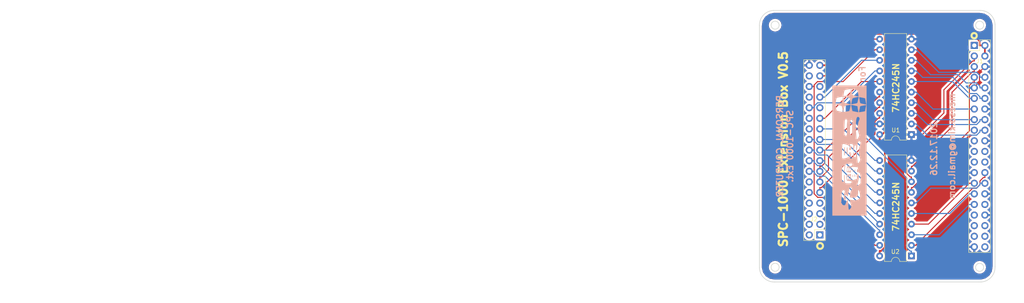
<source format=kicad_pcb>
(kicad_pcb (version 4) (host pcbnew 4.0.7)
  (layers (0 F.Cu signal) (31 B.Cu signal) (34 B.Paste user) (35 F.Paste user) (36 B.SilkS user) (37 F.SilkS user) (38 B.Mask user) (39 F.Mask user) (44 Edge.Cuts user))
  (net 0 "")
  (net 1 "Net-(J1-Pad1)")
  (net 2 +5V)
  (net 3 /RD2)
  (net 4 /RD3)
  (net 5 GND)
  (net 6 /RD4)
  (net 7 /RRD)
  (net 8 /RWR)
  (net 9 /RRESET)
  (net 10 /RCLK)
  (net 11 /RA0)
  (net 12 /RA1)
  (net 13 "Net-(J1-Pad17)")
  (net 14 /RA2)
  (net 15 "Net-(J1-Pad19)")
  (net 16 "Net-(J1-Pad21)")
  (net 17 "Net-(J1-Pad22)")
  (net 18 "Net-(J1-Pad23)")
  (net 19 /REXT1)
  (net 20 /RD7)
  (net 21 /RD0)
  (net 22 /RD1)
  (net 23 /RD5)
  (net 24 /RD6)
  (net 25 "Net-(J1-Pad32)")
  (net 26 "Net-(J1-Pad33)")
  (net 27 "Net-(J1-Pad35)")
  (net 28 "Net-(J1-Pad36)")
  (net 29 "Net-(J1-Pad37)")
  (net 30 "Net-(J1-Pad38)")
  (net 31 "Net-(J1-Pad40)")
  (net 32 "Net-(J2-Pad1)")
  (net 33 "Net-(J2-Pad2)")
  (net 34 "Net-(J2-Pad3)")
  (net 35 "Net-(J2-Pad4)")
  (net 36 /A2)
  (net 37 /A1)
  (net 38 /A0)
  (net 39 /D0)
  (net 40 /D1)
  (net 41 /D2)
  (net 42 /D3)
  (net 43 /RESET)
  (net 44 /CLK)
  (net 45 /WR)
  (net 46 "Net-(J2-Pad22)")
  (net 47 /D7)
  (net 48 /D6)
  (net 49 /D5)
  (net 50 /D4)
  (net 51 "Net-(J2-Pad28)")
  (net 52 "Net-(J2-Pad29)")
  (net 53 /EXT1)
  (net 54 /RD)
  (net 55 "Net-(J2-Pad5)")
  (net 56 "Net-(J2-Pad6)")
  (net 57 "Net-(J2-Pad7)")
  (net 58 "Net-(J2-Pad8)")
  (net 59 "Net-(J2-Pad10)")
  (net 60 "Net-(J2-Pad12)")
  (net 61 "Net-(J2-Pad24)")
  (net 62 "Net-(J2-Pad25)")
  (net 63 "Net-(J2-Pad32)")
  (net 64 "Net-(J1-Pad24)")
  (module Pin_Headers:Pin_Header_Straight_2x20_Pitch2.54mm (layer F.Cu) (at 252.633 59.9338)
    (fp_text reference J1 (at 1.30302 3.78206) (layer F.SilkS))
    (fp_text value RPi_GPIO)
    (pad 1 thru_hole rect (at 0 0) (size 1.7 1.7) (drill 1) (layers *.Cu *.Mask) (net 1 "Net-(J1-Pad1)"))
    (pad 2 thru_hole oval (at 2.54 0) (size 1.7 1.7) (drill 1) (layers *.Cu *.Mask) (net 2 +5V))
    (pad 3 thru_hole oval (at 0 2.54) (size 1.7 1.7) (drill 1) (layers *.Cu *.Mask) (net 3 /RD2))
    (pad 4 thru_hole oval (at 2.54 2.54) (size 1.7 1.7) (drill 1) (layers *.Cu *.Mask) (net 2 +5V))
    (pad 5 thru_hole oval (at 0 5.08) (size 1.7 1.7) (drill 1) (layers *.Cu *.Mask) (net 4 /RD3))
    (pad 6 thru_hole oval (at 2.54 5.08) (size 1.7 1.7) (drill 1) (layers *.Cu *.Mask) (net 5 GND))
    (pad 7 thru_hole oval (at 0 7.62) (size 1.7 1.7) (drill 1) (layers *.Cu *.Mask) (net 6 /RD4))
    (pad 8 thru_hole oval (at 2.54 7.62) (size 1.7 1.7) (drill 1) (layers *.Cu *.Mask) (net 7 /RRD))
    (pad 9 thru_hole oval (at 0 10.16) (size 1.7 1.7) (drill 1) (layers *.Cu *.Mask) (net 5 GND))
    (pad 10 thru_hole oval (at 2.54 10.16) (size 1.7 1.7) (drill 1) (layers *.Cu *.Mask) (net 8 /RWR))
    (pad 11 thru_hole oval (at 0 12.7) (size 1.7 1.7) (drill 1) (layers *.Cu *.Mask) (net 19 /REXT1))
    (pad 12 thru_hole oval (at 2.54 12.7) (size 1.7 1.7) (drill 1) (layers *.Cu *.Mask) (net 10 /RCLK))
    (pad 13 thru_hole oval (at 0 15.24) (size 1.7 1.7) (drill 1) (layers *.Cu *.Mask) (net 9 /RRESET))
    (pad 14 thru_hole oval (at 2.54 15.24) (size 1.7 1.7) (drill 1) (layers *.Cu *.Mask) (net 5 GND))
    (pad 15 thru_hole oval (at 0 17.78) (size 1.7 1.7) (drill 1) (layers *.Cu *.Mask) (net 11 /RA0))
    (pad 16 thru_hole oval (at 2.54 17.78) (size 1.7 1.7) (drill 1) (layers *.Cu *.Mask) (net 12 /RA1))
    (pad 17 thru_hole oval (at 0 20.32) (size 1.7 1.7) (drill 1) (layers *.Cu *.Mask) (net 13 "Net-(J1-Pad17)"))
    (pad 18 thru_hole oval (at 2.54 20.32) (size 1.7 1.7) (drill 1) (layers *.Cu *.Mask) (net 14 /RA2))
    (pad 19 thru_hole oval (at 0 22.86) (size 1.7 1.7) (drill 1) (layers *.Cu *.Mask) (net 15 "Net-(J1-Pad19)"))
    (pad 20 thru_hole oval (at 2.54 22.86) (size 1.7 1.7) (drill 1) (layers *.Cu *.Mask) (net 5 GND))
    (pad 21 thru_hole oval (at 0 25.4) (size 1.7 1.7) (drill 1) (layers *.Cu *.Mask) (net 16 "Net-(J1-Pad21)"))
    (pad 22 thru_hole oval (at 2.54 25.4) (size 1.7 1.7) (drill 1) (layers *.Cu *.Mask) (net 17 "Net-(J1-Pad22)"))
    (pad 23 thru_hole oval (at 0 27.94) (size 1.7 1.7) (drill 1) (layers *.Cu *.Mask) (net 18 "Net-(J1-Pad23)"))
    (pad 24 thru_hole oval (at 2.54 27.94) (size 1.7 1.7) (drill 1) (layers *.Cu *.Mask) (net 64 "Net-(J1-Pad24)"))
    (pad 25 thru_hole oval (at 0 30.48) (size 1.7 1.7) (drill 1) (layers *.Cu *.Mask) (net 5 GND))
    (pad 26 thru_hole oval (at 2.54 30.48) (size 1.7 1.7) (drill 1) (layers *.Cu *.Mask) (net 20 /RD7))
    (pad 27 thru_hole oval (at 0 33.02) (size 1.7 1.7) (drill 1) (layers *.Cu *.Mask) (net 21 /RD0))
    (pad 28 thru_hole oval (at 2.54 33.02) (size 1.7 1.7) (drill 1) (layers *.Cu *.Mask) (net 22 /RD1))
    (pad 29 thru_hole oval (at 0 35.56) (size 1.7 1.7) (drill 1) (layers *.Cu *.Mask) (net 23 /RD5))
    (pad 30 thru_hole oval (at 2.54 35.56) (size 1.7 1.7) (drill 1) (layers *.Cu *.Mask) (net 5 GND))
    (pad 31 thru_hole oval (at 0 38.1) (size 1.7 1.7) (drill 1) (layers *.Cu *.Mask) (net 24 /RD6))
    (pad 32 thru_hole oval (at 2.54 38.1) (size 1.7 1.7) (drill 1) (layers *.Cu *.Mask) (net 25 "Net-(J1-Pad32)"))
    (pad 33 thru_hole oval (at 0 40.64) (size 1.7 1.7) (drill 1) (layers *.Cu *.Mask) (net 26 "Net-(J1-Pad33)"))
    (pad 34 thru_hole oval (at 2.54 40.64) (size 1.7 1.7) (drill 1) (layers *.Cu *.Mask) (net 5 GND))
    (pad 35 thru_hole oval (at 0 43.18) (size 1.7 1.7) (drill 1) (layers *.Cu *.Mask) (net 27 "Net-(J1-Pad35)"))
    (pad 36 thru_hole oval (at 2.54 43.18) (size 1.7 1.7) (drill 1) (layers *.Cu *.Mask) (net 28 "Net-(J1-Pad36)"))
    (pad 37 thru_hole oval (at 0 45.72) (size 1.7 1.7) (drill 1) (layers *.Cu *.Mask) (net 29 "Net-(J1-Pad37)"))
    (pad 38 thru_hole oval (at 2.54 45.72) (size 1.7 1.7) (drill 1) (layers *.Cu *.Mask) (net 30 "Net-(J1-Pad38)"))
    (pad 39 thru_hole oval (at 0 48.26) (size 1.7 1.7) (drill 1) (layers *.Cu *.Mask) (net 5 GND))
    (pad 40 thru_hole oval (at 2.54 48.26) (size 1.7 1.7) (drill 1) (layers *.Cu *.Mask) (net 31 "Net-(J1-Pad40)"))
  )
  (module Pin_Headers:Pin_Header_Straight_2x17_Pitch2.54mm (layer F.Cu) (at 215.633 105.334 180)
    (fp_text reference J2 (at 1.4224 3.7465 180) (layer F.SilkS))
    (fp_text value Conn_02x17_Top_Bottom)
    (pad 1 thru_hole rect (at 0 0 180) (size 1.7 1.7) (drill 1) (layers *.Cu *.Mask) (net 32 "Net-(J2-Pad1)"))
    (pad 2 thru_hole oval (at 2.54 0 180) (size 1.7 1.7) (drill 1) (layers *.Cu *.Mask) (net 33 "Net-(J2-Pad2)"))
    (pad 3 thru_hole oval (at 0 2.54 180) (size 1.7 1.7) (drill 1) (layers *.Cu *.Mask) (net 34 "Net-(J2-Pad3)"))
    (pad 4 thru_hole oval (at 2.54 2.54 180) (size 1.7 1.7) (drill 1) (layers *.Cu *.Mask) (net 35 "Net-(J2-Pad4)"))
    (pad 5 thru_hole oval (at 0 5.08 180) (size 1.7 1.7) (drill 1) (layers *.Cu *.Mask) (net 55 "Net-(J2-Pad5)"))
    (pad 6 thru_hole oval (at 2.54 5.08 180) (size 1.7 1.7) (drill 1) (layers *.Cu *.Mask) (net 56 "Net-(J2-Pad6)"))
    (pad 7 thru_hole oval (at 0 7.62 180) (size 1.7 1.7) (drill 1) (layers *.Cu *.Mask) (net 57 "Net-(J2-Pad7)"))
    (pad 8 thru_hole oval (at 2.54 7.62 180) (size 1.7 1.7) (drill 1) (layers *.Cu *.Mask) (net 58 "Net-(J2-Pad8)"))
    (pad 9 thru_hole oval (at 0 10.16 180) (size 1.7 1.7) (drill 1) (layers *.Cu *.Mask) (net 36 /A2))
    (pad 10 thru_hole oval (at 2.54 10.16 180) (size 1.7 1.7) (drill 1) (layers *.Cu *.Mask) (net 59 "Net-(J2-Pad10)"))
    (pad 11 thru_hole oval (at 0 12.7 180) (size 1.7 1.7) (drill 1) (layers *.Cu *.Mask) (net 37 /A1))
    (pad 12 thru_hole oval (at 2.54 12.7 180) (size 1.7 1.7) (drill 1) (layers *.Cu *.Mask) (net 60 "Net-(J2-Pad12)"))
    (pad 13 thru_hole oval (at 0 15.24 180) (size 1.7 1.7) (drill 1) (layers *.Cu *.Mask) (net 38 /A0))
    (pad 14 thru_hole oval (at 2.54 15.24 180) (size 1.7 1.7) (drill 1) (layers *.Cu *.Mask) (net 47 /D7))
    (pad 15 thru_hole oval (at 0 17.78 180) (size 1.7 1.7) (drill 1) (layers *.Cu *.Mask) (net 39 /D0))
    (pad 16 thru_hole oval (at 2.54 17.78 180) (size 1.7 1.7) (drill 1) (layers *.Cu *.Mask) (net 48 /D6))
    (pad 17 thru_hole oval (at 0 20.32 180) (size 1.7 1.7) (drill 1) (layers *.Cu *.Mask) (net 40 /D1))
    (pad 18 thru_hole oval (at 2.54 20.32 180) (size 1.7 1.7) (drill 1) (layers *.Cu *.Mask) (net 49 /D5))
    (pad 19 thru_hole oval (at 0 22.86 180) (size 1.7 1.7) (drill 1) (layers *.Cu *.Mask) (net 41 /D2))
    (pad 20 thru_hole oval (at 2.54 22.86 180) (size 1.7 1.7) (drill 1) (layers *.Cu *.Mask) (net 50 /D4))
    (pad 21 thru_hole oval (at 0 25.4 180) (size 1.7 1.7) (drill 1) (layers *.Cu *.Mask) (net 42 /D3))
    (pad 22 thru_hole oval (at 2.54 25.4 180) (size 1.7 1.7) (drill 1) (layers *.Cu *.Mask) (net 46 "Net-(J2-Pad22)"))
    (pad 23 thru_hole oval (at 0 27.94 180) (size 1.7 1.7) (drill 1) (layers *.Cu *.Mask) (net 43 /RESET))
    (pad 24 thru_hole oval (at 2.54 27.94 180) (size 1.7 1.7) (drill 1) (layers *.Cu *.Mask) (net 61 "Net-(J2-Pad24)"))
    (pad 25 thru_hole oval (at 0 30.48 180) (size 1.7 1.7) (drill 1) (layers *.Cu *.Mask) (net 62 "Net-(J2-Pad25)"))
    (pad 26 thru_hole oval (at 2.54 30.48 180) (size 1.7 1.7) (drill 1) (layers *.Cu *.Mask) (net 53 /EXT1))
    (pad 27 thru_hole oval (at 0 33.02 180) (size 1.7 1.7) (drill 1) (layers *.Cu *.Mask) (net 44 /CLK))
    (pad 28 thru_hole oval (at 2.54 33.02 180) (size 1.7 1.7) (drill 1) (layers *.Cu *.Mask) (net 51 "Net-(J2-Pad28)"))
    (pad 29 thru_hole oval (at 0 35.56 180) (size 1.7 1.7) (drill 1) (layers *.Cu *.Mask) (net 52 "Net-(J2-Pad29)"))
    (pad 30 thru_hole oval (at 2.54 35.56 180) (size 1.7 1.7) (drill 1) (layers *.Cu *.Mask) (net 54 /RD))
    (pad 31 thru_hole oval (at 0 38.1 180) (size 1.7 1.7) (drill 1) (layers *.Cu *.Mask) (net 45 /WR))
    (pad 32 thru_hole oval (at 2.54 38.1 180) (size 1.7 1.7) (drill 1) (layers *.Cu *.Mask) (net 63 "Net-(J2-Pad32)"))
    (pad 33 thru_hole oval (at 0 40.64 180) (size 1.7 1.7) (drill 1) (layers *.Cu *.Mask) (net 2 +5V))
    (pad 34 thru_hole oval (at 2.54 40.64 180) (size 1.7 1.7) (drill 1) (layers *.Cu *.Mask) (net 5 GND))
  )
  (module Housings_DIP:DIP-20_W7.62mm (layer F.Cu) (at 237.579 81.28 180)
    (fp_text reference U1 (at 3.7592 1.0414 180) (layer F.SilkS))
    (fp_text value 74LS245)
    (pad 1 thru_hole rect (at 0 0 180) (size 1.6 1.6) (drill 0.8) (layers *.Cu *.Mask) (net 5 GND))
    (pad 11 thru_hole oval (at 7.62 22.86 180) (size 1.6 1.6) (drill 0.8) (layers *.Cu *.Mask) (net 45 /WR))
    (pad 2 thru_hole oval (at 0 2.54 180) (size 1.6 1.6) (drill 0.8) (layers *.Cu *.Mask) (net 14 /RA2))
    (pad 12 thru_hole oval (at 7.62 20.32 180) (size 1.6 1.6) (drill 0.8) (layers *.Cu *.Mask) (net 54 /RD))
    (pad 3 thru_hole oval (at 0 5.08 180) (size 1.6 1.6) (drill 0.8) (layers *.Cu *.Mask) (net 12 /RA1))
    (pad 13 thru_hole oval (at 7.62 17.78 180) (size 1.6 1.6) (drill 0.8) (layers *.Cu *.Mask) (net 44 /CLK))
    (pad 4 thru_hole oval (at 0 7.62 180) (size 1.6 1.6) (drill 0.8) (layers *.Cu *.Mask) (net 11 /RA0))
    (pad 14 thru_hole oval (at 7.62 15.24 180) (size 1.6 1.6) (drill 0.8) (layers *.Cu *.Mask) (net 53 /EXT1))
    (pad 5 thru_hole oval (at 0 10.16 180) (size 1.6 1.6) (drill 0.8) (layers *.Cu *.Mask) (net 9 /RRESET))
    (pad 15 thru_hole oval (at 7.62 12.7 180) (size 1.6 1.6) (drill 0.8) (layers *.Cu *.Mask) (net 43 /RESET))
    (pad 6 thru_hole oval (at 0 12.7 180) (size 1.6 1.6) (drill 0.8) (layers *.Cu *.Mask) (net 19 /REXT1))
    (pad 16 thru_hole oval (at 7.62 10.16 180) (size 1.6 1.6) (drill 0.8) (layers *.Cu *.Mask) (net 38 /A0))
    (pad 7 thru_hole oval (at 0 15.24 180) (size 1.6 1.6) (drill 0.8) (layers *.Cu *.Mask) (net 10 /RCLK))
    (pad 17 thru_hole oval (at 7.62 7.62 180) (size 1.6 1.6) (drill 0.8) (layers *.Cu *.Mask) (net 37 /A1))
    (pad 8 thru_hole oval (at 0 17.78 180) (size 1.6 1.6) (drill 0.8) (layers *.Cu *.Mask) (net 8 /RWR))
    (pad 18 thru_hole oval (at 7.62 5.08 180) (size 1.6 1.6) (drill 0.8) (layers *.Cu *.Mask) (net 36 /A2))
    (pad 9 thru_hole oval (at 0 20.32 180) (size 1.6 1.6) (drill 0.8) (layers *.Cu *.Mask) (net 7 /RRD))
    (pad 19 thru_hole oval (at 7.62 2.54 180) (size 1.6 1.6) (drill 0.8) (layers *.Cu *.Mask) (net 5 GND))
    (pad 10 thru_hole oval (at 0 22.86 180) (size 1.6 1.6) (drill 0.8) (layers *.Cu *.Mask) (net 5 GND))
    (pad 20 thru_hole oval (at 7.62 0 180) (size 1.6 1.6) (drill 0.8) (layers *.Cu *.Mask) (net 2 +5V))
  )
  (module Housings_DIP:DIP-20_W7.62mm (layer F.Cu) (at 237.579 110.363 180)
    (fp_text reference U2 (at 3.8608 1.016 180) (layer F.SilkS))
    (fp_text value 74LS245)
    (pad 1 thru_hole rect (at 0 0 180) (size 1.6 1.6) (drill 0.8) (layers *.Cu *.Mask) (net 53 /EXT1))
    (pad 11 thru_hole oval (at 7.62 22.86 180) (size 1.6 1.6) (drill 0.8) (layers *.Cu *.Mask) (net 42 /D3))
    (pad 2 thru_hole oval (at 0 2.54 180) (size 1.6 1.6) (drill 0.8) (layers *.Cu *.Mask) (net 20 /RD7))
    (pad 12 thru_hole oval (at 7.62 20.32 180) (size 1.6 1.6) (drill 0.8) (layers *.Cu *.Mask) (net 41 /D2))
    (pad 3 thru_hole oval (at 0 5.08 180) (size 1.6 1.6) (drill 0.8) (layers *.Cu *.Mask) (net 24 /RD6))
    (pad 13 thru_hole oval (at 7.62 17.78 180) (size 1.6 1.6) (drill 0.8) (layers *.Cu *.Mask) (net 50 /D4))
    (pad 4 thru_hole oval (at 0 7.62 180) (size 1.6 1.6) (drill 0.8) (layers *.Cu *.Mask) (net 21 /RD0))
    (pad 14 thru_hole oval (at 7.62 15.24 180) (size 1.6 1.6) (drill 0.8) (layers *.Cu *.Mask) (net 40 /D1))
    (pad 5 thru_hole oval (at 0 10.16 180) (size 1.6 1.6) (drill 0.8) (layers *.Cu *.Mask) (net 23 /RD5))
    (pad 15 thru_hole oval (at 7.62 12.7 180) (size 1.6 1.6) (drill 0.8) (layers *.Cu *.Mask) (net 49 /D5))
    (pad 6 thru_hole oval (at 0 12.7 180) (size 1.6 1.6) (drill 0.8) (layers *.Cu *.Mask) (net 22 /RD1))
    (pad 16 thru_hole oval (at 7.62 10.16 180) (size 1.6 1.6) (drill 0.8) (layers *.Cu *.Mask) (net 39 /D0))
    (pad 7 thru_hole oval (at 0 15.24 180) (size 1.6 1.6) (drill 0.8) (layers *.Cu *.Mask) (net 6 /RD4))
    (pad 17 thru_hole oval (at 7.62 7.62 180) (size 1.6 1.6) (drill 0.8) (layers *.Cu *.Mask) (net 48 /D6))
    (pad 8 thru_hole oval (at 0 17.78 180) (size 1.6 1.6) (drill 0.8) (layers *.Cu *.Mask) (net 3 /RD2))
    (pad 18 thru_hole oval (at 7.62 5.08 180) (size 1.6 1.6) (drill 0.8) (layers *.Cu *.Mask) (net 47 /D7))
    (pad 9 thru_hole oval (at 0 20.32 180) (size 1.6 1.6) (drill 0.8) (layers *.Cu *.Mask) (net 4 /RD3))
    (pad 19 thru_hole oval (at 7.62 2.54 180) (size 1.6 1.6) (drill 0.8) (layers *.Cu *.Mask) (net 54 /RD))
    (pad 10 thru_hole oval (at 0 22.86 180) (size 1.6 1.6) (drill 0.8) (layers *.Cu *.Mask) (net 5 GND))
    (pad 20 thru_hole oval (at 7.62 0 180) (size 1.6 1.6) (drill 0.8) (layers *.Cu *.Mask) (net 2 +5V))
  )
  (module rpspc:samsunglogo (layer B.Cu) (at 222.6945 85.09 270)
    (fp_text reference G*** hide)
    (fp_text value LOGO hide)
  )
  (gr_circle (center 252.603 57.5945) (end 253.1745 57.8485) (layer F.SilkS) (width 0.5))
  (gr_text "PERSONAL COMPUTER\nSPC-1000 Ext." (at 207.264 84.074 90) (layer B.SilkS) (effects (font (size 1.5 1.5) (thickness 0.3)) (justify mirror)))
  (gr_text For (at 225.806 66.675 90) (layer B.SilkS) (effects (font (size 1.5 1.5) (thickness 0.3)) (justify mirror)))
  (gr_text 2017.12.26 (at 242.951 84.709 90) (layer B.SilkS) (effects (font (size 1.5 1.5) (thickness 0.3)) (justify mirror)))
  (gr_text meeso.kim@gmail.com (at 247.269 84.074 90) (layer B.SilkS) (effects (font (size 1.5 1.5) (thickness 0.3)) (justify mirror)))
  (gr_arc (start 254.065648 55.091858) (end 253.938648 51.548558) (angle 89.19032176) (layer Edge.Cuts) (width 0.15))
  (gr_arc (start 204.69606 55.090452) (end 201.15276 55.217452) (angle 89.19032176) (layer Edge.Cuts) (width 0.15))
  (gr_arc (start 204.696452 113.068842) (end 204.823452 116.612142) (angle 89.19032176) (layer Edge.Cuts) (width 0.15))
  (gr_arc (start 254.0635 113.0681) (end 257.6068 112.9411) (angle 89.19032176) (layer Edge.Cuts) (width 0.15))
  (gr_circle (center 215.6841 107.9754) (end 216.2937 108.3183) (layer F.SilkS) (width 0.5))
  (gr_circle (center 253.9111 113.0935) (end 254.6858 113.665) (layer Edge.Cuts) (width 0.15))
  (gr_circle (center 204.9145 113.0808) (end 205.6892 113.6523) (layer Edge.Cuts) (width 0.15))
  (gr_circle (center 204.9145 55.0799) (end 205.6892 55.6514) (layer Edge.Cuts) (width 0.15))
  (gr_circle (center 253.9238 55.0799) (end 254.6985 55.6514) (layer Edge.Cuts) (width 0.15))
  (gr_line (start 204.8234 116.609252) (end 254.240558 116.609252) (angle 90) (layer Edge.Cuts) (width 0.15))
  (gr_line (start 201.15276 55.217452) (end 201.15276 113.2459) (angle 90) (layer Edge.Cuts) (width 0.15))
  (gr_line (start 253.938648 51.5493) (end 204.5192 51.5493) (angle 90) (layer Edge.Cuts) (width 0.15))
  (gr_line (start 257.6068 112.9411) (end 257.6068 54.9148) (angle 90) (layer Edge.Cuts) (width 0.15))
  (gr_text "SPC-1000 Extension Box V0.5" (at 206.8703 84.7979 90) (layer F.SilkS) (effects (font (size 2 2) (thickness 0.5))))
  (gr_text 74HC245N (at 233.8705 70.104 90) (layer F.SilkS) (effects (font (size 1.5 1.5) (thickness 0.3))))
  (gr_text 74HC245N (at 233.8705 98.552 90) (layer F.SilkS) (effects (font (size 1.5 1.5) (thickness 0.3))))
  (segment (start 255.173 62.4738) (end 255.173 59.9338) (width 0.4) (layer F.Cu) (net 2))
  (segment (start 255.173 59.9338) (end 253.9227 59.9338) (width 0.4) (layer F.Cu) (net 2))
  (segment (start 215.633 64.694) (end 216.8833 64.694) (width 0.4) (layer F.Cu) (net 2))
  (segment (start 231.1958 83.7171) (end 229.959 82.4803) (width 0.4) (layer F.Cu) (net 2))
  (segment (start 231.1958 108.301) (end 231.1958 83.7171) (width 0.4) (layer F.Cu) (net 2))
  (segment (start 230.3341 109.1627) (end 231.1958 108.301) (width 0.4) (layer F.Cu) (net 2))
  (segment (start 229.959 109.1627) (end 230.3341 109.1627) (width 0.4) (layer F.Cu) (net 2))
  (segment (start 229.959 110.363) (end 229.959 109.1627) (width 0.4) (layer F.Cu) (net 2))
  (segment (start 229.959 81.28) (end 229.959 81.8801) (width 0.4) (layer F.Cu) (net 2))
  (segment (start 229.959 81.8801) (end 229.959 82.4803) (width 0.4) (layer F.Cu) (net 2))
  (segment (start 231.1684 80.6707) (end 231.1684 57.1653) (width 0.4) (layer F.Cu) (net 2))
  (segment (start 229.959 81.8801) (end 231.1684 80.6707) (width 0.4) (layer F.Cu) (net 2))
  (segment (start 252.1701 57.1653) (end 231.1684 57.1653) (width 0.4) (layer F.Cu) (net 2))
  (segment (start 253.9227 58.9179) (end 252.1701 57.1653) (width 0.4) (layer F.Cu) (net 2))
  (segment (start 253.9227 59.9338) (end 253.9227 58.9179) (width 0.4) (layer F.Cu) (net 2))
  (segment (start 224.412 57.1653) (end 216.8833 64.694) (width 0.4) (layer F.Cu) (net 2))
  (segment (start 231.1684 57.1653) (end 224.412 57.1653) (width 0.4) (layer F.Cu) (net 2))
  (segment (start 252.2657 63.6491) (end 252.633 63.6491) (width 0.25) (layer F.Cu) (net 3))
  (segment (start 245.3492 70.5656) (end 252.2657 63.6491) (width 0.25) (layer F.Cu) (net 3))
  (segment (start 245.3492 76.124) (end 245.3492 70.5656) (width 0.25) (layer F.Cu) (net 3))
  (segment (start 236.4506 85.0226) (end 245.3492 76.124) (width 0.25) (layer F.Cu) (net 3))
  (segment (start 236.4506 90.6106) (end 236.4506 85.0226) (width 0.25) (layer F.Cu) (net 3))
  (segment (start 237.2977 91.4577) (end 236.4506 90.6106) (width 0.25) (layer F.Cu) (net 3))
  (segment (start 237.579 91.4577) (end 237.2977 91.4577) (width 0.25) (layer F.Cu) (net 3))
  (segment (start 237.579 92.583) (end 237.579 91.4577) (width 0.25) (layer F.Cu) (net 3))
  (segment (start 252.633 62.4738) (end 252.633 63.6491) (width 0.25) (layer F.Cu) (net 3))
  (segment (start 237.579 90.043) (end 237.579 88.9177) (width 0.25) (layer F.Cu) (net 4))
  (segment (start 252.633 65.0138) (end 252.633 66.1891) (width 0.25) (layer F.Cu) (net 4))
  (segment (start 237.7839 88.9177) (end 237.579 88.9177) (width 0.25) (layer F.Cu) (net 4))
  (segment (start 247.2942 79.4074) (end 237.7839 88.9177) (width 0.25) (layer F.Cu) (net 4))
  (segment (start 247.2942 71.1605) (end 247.2942 79.4074) (width 0.25) (layer F.Cu) (net 4))
  (segment (start 252.2656 66.1891) (end 247.2942 71.1605) (width 0.25) (layer F.Cu) (net 4))
  (segment (start 252.633 66.1891) (end 252.2656 66.1891) (width 0.25) (layer F.Cu) (net 4))
  (segment (start 252.633 70.0938) (end 252.633 69.8835) (width 0.25) (layer F.Cu) (net 5))
  (segment (start 252.633 69.8835) (end 253.873 68.6435) (width 0.25) (layer F.Cu) (net 5))
  (segment (start 253.873 68.6435) (end 253.873 66.3138) (width 0.25) (layer F.Cu) (net 5))
  (segment (start 253.873 66.3138) (end 255.173 65.0138) (width 0.25) (layer F.Cu) (net 5))
  (segment (start 252.2656 68.7291) (end 252.633 68.7291) (width 0.25) (layer F.Cu) (net 6))
  (segment (start 251.4577 69.537) (end 252.2656 68.7291) (width 0.25) (layer F.Cu) (net 6))
  (segment (start 251.4577 80.4003) (end 251.4577 69.537) (width 0.25) (layer F.Cu) (net 6))
  (segment (start 237.8603 93.9977) (end 251.4577 80.4003) (width 0.25) (layer F.Cu) (net 6))
  (segment (start 237.579 93.9977) (end 237.8603 93.9977) (width 0.25) (layer F.Cu) (net 6))
  (segment (start 237.579 95.123) (end 237.579 93.9977) (width 0.25) (layer F.Cu) (net 6))
  (segment (start 252.633 67.5538) (end 252.633 68.7291) (width 0.25) (layer F.Cu) (net 6))
  (segment (start 253.9977 67.1864) (end 253.9977 67.5538) (width 0.25) (layer B.Cu) (net 7))
  (segment (start 253.1898 66.3785) (end 253.9977 67.1864) (width 0.25) (layer B.Cu) (net 7))
  (segment (start 244.1228 66.3785) (end 253.1898 66.3785) (width 0.25) (layer B.Cu) (net 7))
  (segment (start 238.7043 60.96) (end 244.1228 66.3785) (width 0.25) (layer B.Cu) (net 7))
  (segment (start 237.579 60.96) (end 238.7043 60.96) (width 0.25) (layer B.Cu) (net 7))
  (segment (start 255.173 67.5538) (end 253.9977 67.5538) (width 0.25) (layer B.Cu) (net 7))
  (segment (start 253.9977 69.7264) (end 253.9977 70.0938) (width 0.25) (layer B.Cu) (net 8))
  (segment (start 253.1898 68.9185) (end 253.9977 69.7264) (width 0.25) (layer B.Cu) (net 8))
  (segment (start 250.6919 68.9185) (end 253.1898 68.9185) (width 0.25) (layer B.Cu) (net 8))
  (segment (start 248.7136 66.9402) (end 250.6919 68.9185) (width 0.25) (layer B.Cu) (net 8))
  (segment (start 242.1445 66.9402) (end 248.7136 66.9402) (width 0.25) (layer B.Cu) (net 8))
  (segment (start 238.7043 63.5) (end 242.1445 66.9402) (width 0.25) (layer B.Cu) (net 8))
  (segment (start 237.579 63.5) (end 238.7043 63.5) (width 0.25) (layer B.Cu) (net 8))
  (segment (start 255.173 70.0938) (end 253.9977 70.0938) (width 0.25) (layer B.Cu) (net 8))
  (segment (start 242.7581 75.1738) (end 252.633 75.1738) (width 0.25) (layer B.Cu) (net 9))
  (segment (start 238.7043 71.12) (end 242.7581 75.1738) (width 0.25) (layer B.Cu) (net 9))
  (segment (start 237.579 71.12) (end 238.7043 71.12) (width 0.25) (layer B.Cu) (net 9))
  (segment (start 253.9977 72.2664) (end 253.9977 72.6338) (width 0.25) (layer B.Cu) (net 10))
  (segment (start 253.1898 71.4585) (end 253.9977 72.2664) (width 0.25) (layer B.Cu) (net 10))
  (segment (start 251.4021 71.4585) (end 253.1898 71.4585) (width 0.25) (layer B.Cu) (net 10))
  (segment (start 247.5444 67.6008) (end 251.4021 71.4585) (width 0.25) (layer B.Cu) (net 10))
  (segment (start 240.2651 67.6008) (end 247.5444 67.6008) (width 0.25) (layer B.Cu) (net 10))
  (segment (start 238.7043 66.04) (end 240.2651 67.6008) (width 0.25) (layer B.Cu) (net 10))
  (segment (start 237.579 66.04) (end 238.7043 66.04) (width 0.25) (layer B.Cu) (net 10))
  (segment (start 255.173 72.6338) (end 253.9977 72.6338) (width 0.25) (layer B.Cu) (net 10))
  (segment (start 242.7581 77.7138) (end 252.633 77.7138) (width 0.25) (layer B.Cu) (net 11))
  (segment (start 238.7043 73.66) (end 242.7581 77.7138) (width 0.25) (layer B.Cu) (net 11))
  (segment (start 237.579 73.66) (end 238.7043 73.66) (width 0.25) (layer B.Cu) (net 11))
  (segment (start 253.9977 78.0812) (end 253.9977 77.7138) (width 0.25) (layer B.Cu) (net 12))
  (segment (start 253.1898 78.8891) (end 253.9977 78.0812) (width 0.25) (layer B.Cu) (net 12))
  (segment (start 241.3934 78.8891) (end 253.1898 78.8891) (width 0.25) (layer B.Cu) (net 12))
  (segment (start 238.7043 76.2) (end 241.3934 78.8891) (width 0.25) (layer B.Cu) (net 12))
  (segment (start 237.579 76.2) (end 238.7043 76.2) (width 0.25) (layer B.Cu) (net 12))
  (segment (start 255.173 77.7138) (end 253.9977 77.7138) (width 0.25) (layer B.Cu) (net 12))
  (segment (start 253.9977 80.6212) (end 253.9977 80.2538) (width 0.25) (layer B.Cu) (net 14))
  (segment (start 253.1898 81.4291) (end 253.9977 80.6212) (width 0.25) (layer B.Cu) (net 14))
  (segment (start 241.3934 81.4291) (end 253.1898 81.4291) (width 0.25) (layer B.Cu) (net 14))
  (segment (start 238.7043 78.74) (end 241.3934 81.4291) (width 0.25) (layer B.Cu) (net 14))
  (segment (start 237.579 78.74) (end 238.7043 78.74) (width 0.25) (layer B.Cu) (net 14))
  (segment (start 255.173 80.2538) (end 253.9977 80.2538) (width 0.25) (layer B.Cu) (net 14))
  (segment (start 247.4039 68.58) (end 251.4577 72.6338) (width 0.25) (layer B.Cu) (net 19))
  (segment (start 237.579 68.58) (end 247.4039 68.58) (width 0.25) (layer B.Cu) (net 19))
  (segment (start 252.633 72.6338) (end 251.4577 72.6338) (width 0.25) (layer B.Cu) (net 19))
  (segment (start 254.8056 91.5891) (end 255.173 91.5891) (width 0.25) (layer F.Cu) (net 20))
  (segment (start 253.9977 92.397) (end 254.8056 91.5891) (width 0.25) (layer F.Cu) (net 20))
  (segment (start 253.9977 93.2901) (end 253.9977 92.397) (width 0.25) (layer F.Cu) (net 20))
  (segment (start 253.1586 94.1292) (end 253.9977 93.2901) (width 0.25) (layer F.Cu) (net 20))
  (segment (start 252.2574 94.1292) (end 253.1586 94.1292) (width 0.25) (layer F.Cu) (net 20))
  (segment (start 238.7043 107.6823) (end 252.2574 94.1292) (width 0.25) (layer F.Cu) (net 20))
  (segment (start 238.7043 107.823) (end 238.7043 107.6823) (width 0.25) (layer F.Cu) (net 20))
  (segment (start 237.579 107.823) (end 238.7043 107.823) (width 0.25) (layer F.Cu) (net 20))
  (segment (start 255.173 90.4138) (end 255.173 91.5891) (width 0.25) (layer F.Cu) (net 20))
  (segment (start 241.6685 102.743) (end 251.4577 92.9538) (width 0.25) (layer F.Cu) (net 21))
  (segment (start 237.579 102.743) (end 241.6685 102.743) (width 0.25) (layer F.Cu) (net 21))
  (segment (start 252.633 92.9538) (end 251.4577 92.9538) (width 0.25) (layer F.Cu) (net 21))
  (segment (start 253.9977 93.3212) (end 253.9977 92.9538) (width 0.25) (layer B.Cu) (net 22))
  (segment (start 253.1898 94.1291) (end 253.9977 93.3212) (width 0.25) (layer B.Cu) (net 22))
  (segment (start 242.2382 94.1291) (end 253.1898 94.1291) (width 0.25) (layer B.Cu) (net 22))
  (segment (start 238.7043 97.663) (end 242.2382 94.1291) (width 0.25) (layer B.Cu) (net 22))
  (segment (start 237.579 97.663) (end 238.7043 97.663) (width 0.25) (layer B.Cu) (net 22))
  (segment (start 255.173 92.9538) (end 253.9977 92.9538) (width 0.25) (layer B.Cu) (net 22))
  (segment (start 246.7485 100.203) (end 251.4577 95.4938) (width 0.25) (layer B.Cu) (net 23))
  (segment (start 237.579 100.203) (end 246.7485 100.203) (width 0.25) (layer B.Cu) (net 23))
  (segment (start 252.633 95.4938) (end 251.4577 95.4938) (width 0.25) (layer B.Cu) (net 23))
  (segment (start 244.2085 105.283) (end 251.4577 98.0338) (width 0.25) (layer B.Cu) (net 24))
  (segment (start 237.579 105.283) (end 244.2085 105.283) (width 0.25) (layer B.Cu) (net 24))
  (segment (start 252.633 98.0338) (end 251.4577 98.0338) (width 0.25) (layer B.Cu) (net 24))
  (segment (start 216.0003 93.9987) (end 215.633 93.9987) (width 0.25) (layer F.Cu) (net 36))
  (segment (start 228.8337 81.1653) (end 216.0003 93.9987) (width 0.25) (layer F.Cu) (net 36))
  (segment (start 228.8337 78.1692) (end 228.8337 81.1653) (width 0.25) (layer F.Cu) (net 36))
  (segment (start 229.6776 77.3253) (end 228.8337 78.1692) (width 0.25) (layer F.Cu) (net 36))
  (segment (start 229.959 77.3253) (end 229.6776 77.3253) (width 0.25) (layer F.Cu) (net 36))
  (segment (start 229.959 76.2) (end 229.959 77.3253) (width 0.25) (layer F.Cu) (net 36))
  (segment (start 215.633 95.174) (end 215.633 93.9987) (width 0.25) (layer F.Cu) (net 36))
  (segment (start 216.0003 91.4587) (end 215.633 91.4587) (width 0.25) (layer F.Cu) (net 37))
  (segment (start 217.6949 89.7641) (end 216.0003 91.4587) (width 0.25) (layer F.Cu) (net 37))
  (segment (start 217.6949 86.7681) (end 217.6949 89.7641) (width 0.25) (layer F.Cu) (net 37))
  (segment (start 229.6777 74.7853) (end 217.6949 86.7681) (width 0.25) (layer F.Cu) (net 37))
  (segment (start 229.959 74.7853) (end 229.6777 74.7853) (width 0.25) (layer F.Cu) (net 37))
  (segment (start 229.959 73.66) (end 229.959 74.7853) (width 0.25) (layer F.Cu) (net 37))
  (segment (start 215.633 92.634) (end 215.633 91.4587) (width 0.25) (layer F.Cu) (net 37))
  (segment (start 216.0004 88.9187) (end 215.633 88.9187) (width 0.25) (layer F.Cu) (net 38))
  (segment (start 216.8083 88.1108) (end 216.0004 88.9187) (width 0.25) (layer F.Cu) (net 38))
  (segment (start 216.8083 85.1147) (end 216.8083 88.1108) (width 0.25) (layer F.Cu) (net 38))
  (segment (start 229.6777 72.2453) (end 216.8083 85.1147) (width 0.25) (layer F.Cu) (net 38))
  (segment (start 229.959 72.2453) (end 229.6777 72.2453) (width 0.25) (layer F.Cu) (net 38))
  (segment (start 229.959 71.12) (end 229.959 72.2453) (width 0.25) (layer F.Cu) (net 38))
  (segment (start 215.633 90.094) (end 215.633 88.9187) (width 0.25) (layer F.Cu) (net 38))
  (segment (start 216.8083 88.1776) (end 216.8083 87.554) (width 0.25) (layer B.Cu) (net 39))
  (segment (start 228.8337 100.203) (end 216.8083 88.1776) (width 0.25) (layer B.Cu) (net 39))
  (segment (start 229.959 100.203) (end 228.8337 100.203) (width 0.25) (layer B.Cu) (net 39))
  (segment (start 215.633 87.554) (end 216.8083 87.554) (width 0.25) (layer B.Cu) (net 39))
  (segment (start 218.7247 85.014) (end 215.633 85.014) (width 0.25) (layer B.Cu) (net 40))
  (segment (start 228.8337 95.123) (end 218.7247 85.014) (width 0.25) (layer B.Cu) (net 40))
  (segment (start 229.959 95.123) (end 228.8337 95.123) (width 0.25) (layer B.Cu) (net 40))
  (segment (start 229.959 90.043) (end 228.8337 90.043) (width 0.25) (layer B.Cu) (net 41))
  (segment (start 221.2647 82.474) (end 215.633 82.474) (width 0.25) (layer B.Cu) (net 41))
  (segment (start 228.8337 90.043) (end 221.2647 82.474) (width 0.25) (layer B.Cu) (net 41))
  (segment (start 221.2647 79.934) (end 215.633 79.934) (width 0.25) (layer B.Cu) (net 42))
  (segment (start 228.8337 87.503) (end 221.2647 79.934) (width 0.25) (layer B.Cu) (net 42))
  (segment (start 229.959 87.503) (end 228.8337 87.503) (width 0.25) (layer B.Cu) (net 42))
  (segment (start 225.6223 68.58) (end 216.8083 77.394) (width 0.25) (layer F.Cu) (net 43))
  (segment (start 229.959 68.58) (end 225.6223 68.58) (width 0.25) (layer F.Cu) (net 43))
  (segment (start 215.633 77.394) (end 216.8083 77.394) (width 0.25) (layer F.Cu) (net 43))
  (segment (start 225.6223 63.5) (end 216.8083 72.314) (width 0.25) (layer B.Cu) (net 44))
  (segment (start 229.959 63.5) (end 225.6223 63.5) (width 0.25) (layer B.Cu) (net 44))
  (segment (start 215.633 72.314) (end 216.8083 72.314) (width 0.25) (layer B.Cu) (net 44))
  (segment (start 225.6223 58.42) (end 216.8083 67.234) (width 0.25) (layer F.Cu) (net 45))
  (segment (start 229.959 58.42) (end 225.6223 58.42) (width 0.25) (layer F.Cu) (net 45))
  (segment (start 215.633 67.234) (end 216.8083 67.234) (width 0.25) (layer F.Cu) (net 45))
  (segment (start 229.959 105.283) (end 229.959 104.1577) (width 0.25) (layer B.Cu) (net 47))
  (segment (start 213.093 90.094) (end 214.2683 90.094) (width 0.25) (layer B.Cu) (net 47))
  (segment (start 214.2683 90.4614) (end 214.2683 90.094) (width 0.25) (layer B.Cu) (net 47))
  (segment (start 215.0762 91.2693) (end 214.2683 90.4614) (width 0.25) (layer B.Cu) (net 47))
  (segment (start 216.887 91.2693) (end 215.0762 91.2693) (width 0.25) (layer B.Cu) (net 47))
  (segment (start 229.7754 104.1577) (end 216.887 91.2693) (width 0.25) (layer B.Cu) (net 47))
  (segment (start 229.959 104.1577) (end 229.7754 104.1577) (width 0.25) (layer B.Cu) (net 47))
  (segment (start 214.2683 87.9214) (end 214.2683 87.554) (width 0.25) (layer B.Cu) (net 48))
  (segment (start 215.0762 88.7293) (end 214.2683 87.9214) (width 0.25) (layer B.Cu) (net 48))
  (segment (start 215.9453 88.7293) (end 215.0762 88.7293) (width 0.25) (layer B.Cu) (net 48))
  (segment (start 229.959 102.743) (end 215.9453 88.7293) (width 0.25) (layer B.Cu) (net 48))
  (segment (start 213.093 87.554) (end 214.2683 87.554) (width 0.25) (layer B.Cu) (net 48))
  (segment (start 214.2683 85.3814) (end 214.2683 85.014) (width 0.25) (layer B.Cu) (net 49))
  (segment (start 215.0762 86.1893) (end 214.2683 85.3814) (width 0.25) (layer B.Cu) (net 49))
  (segment (start 217.36 86.1893) (end 215.0762 86.1893) (width 0.25) (layer B.Cu) (net 49))
  (segment (start 228.8337 97.663) (end 217.36 86.1893) (width 0.25) (layer B.Cu) (net 49))
  (segment (start 229.959 97.663) (end 228.8337 97.663) (width 0.25) (layer B.Cu) (net 49))
  (segment (start 213.093 85.014) (end 214.2683 85.014) (width 0.25) (layer B.Cu) (net 49))
  (segment (start 214.2683 82.8414) (end 214.2683 82.474) (width 0.25) (layer B.Cu) (net 50))
  (segment (start 215.0762 83.6493) (end 214.2683 82.8414) (width 0.25) (layer B.Cu) (net 50))
  (segment (start 219.9 83.6493) (end 215.0762 83.6493) (width 0.25) (layer B.Cu) (net 50))
  (segment (start 228.8337 92.583) (end 219.9 83.6493) (width 0.25) (layer B.Cu) (net 50))
  (segment (start 229.959 92.583) (end 228.8337 92.583) (width 0.25) (layer B.Cu) (net 50))
  (segment (start 213.093 82.474) (end 214.2683 82.474) (width 0.25) (layer B.Cu) (net 50))
  (segment (start 229.959 66.04) (end 228.8337 66.04) (width 0.25) (layer B.Cu) (net 53))
  (segment (start 213.093 74.854) (end 214.2683 74.854) (width 0.25) (layer B.Cu) (net 53))
  (segment (start 237.579 110.363) (end 237.579 109.2377) (width 0.25) (layer B.Cu) (net 53))
  (segment (start 221.195 76.5752) (end 221.195 73.6787) (width 0.25) (layer B.Cu) (net 53))
  (segment (start 236.4537 91.8339) (end 221.195 76.5752) (width 0.25) (layer B.Cu) (net 53))
  (segment (start 236.4537 108.3938) (end 236.4537 91.8339) (width 0.25) (layer B.Cu) (net 53))
  (segment (start 237.2976 109.2377) (end 236.4537 108.3938) (width 0.25) (layer B.Cu) (net 53))
  (segment (start 237.579 109.2377) (end 237.2976 109.2377) (width 0.25) (layer B.Cu) (net 53))
  (segment (start 228.8337 66.04) (end 221.195 73.6787) (width 0.25) (layer B.Cu) (net 53))
  (segment (start 214.2683 74.4866) (end 214.2683 74.854) (width 0.25) (layer B.Cu) (net 53))
  (segment (start 215.0762 73.6787) (end 214.2683 74.4866) (width 0.25) (layer B.Cu) (net 53))
  (segment (start 221.195 73.6787) (end 215.0762 73.6787) (width 0.25) (layer B.Cu) (net 53))
  (segment (start 214.2683 69.4066) (end 214.2683 69.774) (width 0.25) (layer F.Cu) (net 54))
  (segment (start 215.0762 68.5987) (end 214.2683 69.4066) (width 0.25) (layer F.Cu) (net 54))
  (segment (start 221.195 68.5987) (end 215.0762 68.5987) (width 0.25) (layer F.Cu) (net 54))
  (segment (start 228.8337 60.96) (end 221.195 68.5987) (width 0.25) (layer F.Cu) (net 54))
  (segment (start 229.959 60.96) (end 228.8337 60.96) (width 0.25) (layer F.Cu) (net 54))
  (segment (start 213.093 69.774) (end 214.2683 69.774) (width 0.25) (layer F.Cu) (net 54))
  (segment (start 214.2683 95.4818) (end 214.2683 69.774) (width 0.25) (layer F.Cu) (net 54))
  (segment (start 215.1359 96.3494) (end 214.2683 95.4818) (width 0.25) (layer F.Cu) (net 54))
  (segment (start 217.3601 96.3494) (end 215.1359 96.3494) (width 0.25) (layer F.Cu) (net 54))
  (segment (start 228.8337 107.823) (end 217.3601 96.3494) (width 0.25) (layer F.Cu) (net 54))
  (segment (start 229.959 107.823) (end 228.8337 107.823) (width 0.25) (layer F.Cu) (net 54))
  (zone (net 5) (net_name GND) (layer F.Cu) (connect_pads (clearance 0.508)) (min_thickness 0.254) (fill yes (arc_segments 16) (thermal_gap 0.508) (thermal_bridge_width 0.508))
    (polygon (pts (xy 257.43916 116.7257) (xy 201.36866 116.7257) (xy 201.49566 51.5112) (xy 257.56616 51.5112)))
  )
  (zone (net 5) (net_name GND) (layer B.Cu) (connect_pads (clearance 0.508)) (min_thickness 0.254) (fill yes (arc_segments 16) (thermal_gap 0.508) (thermal_bridge_width 0.508))
    (polygon (pts (xy 257.08356 116.6241) (xy 200.86066 116.6241) (xy 201.53376 51.6001) (xy 257.75666 51.6001)))
  )
)
</source>
